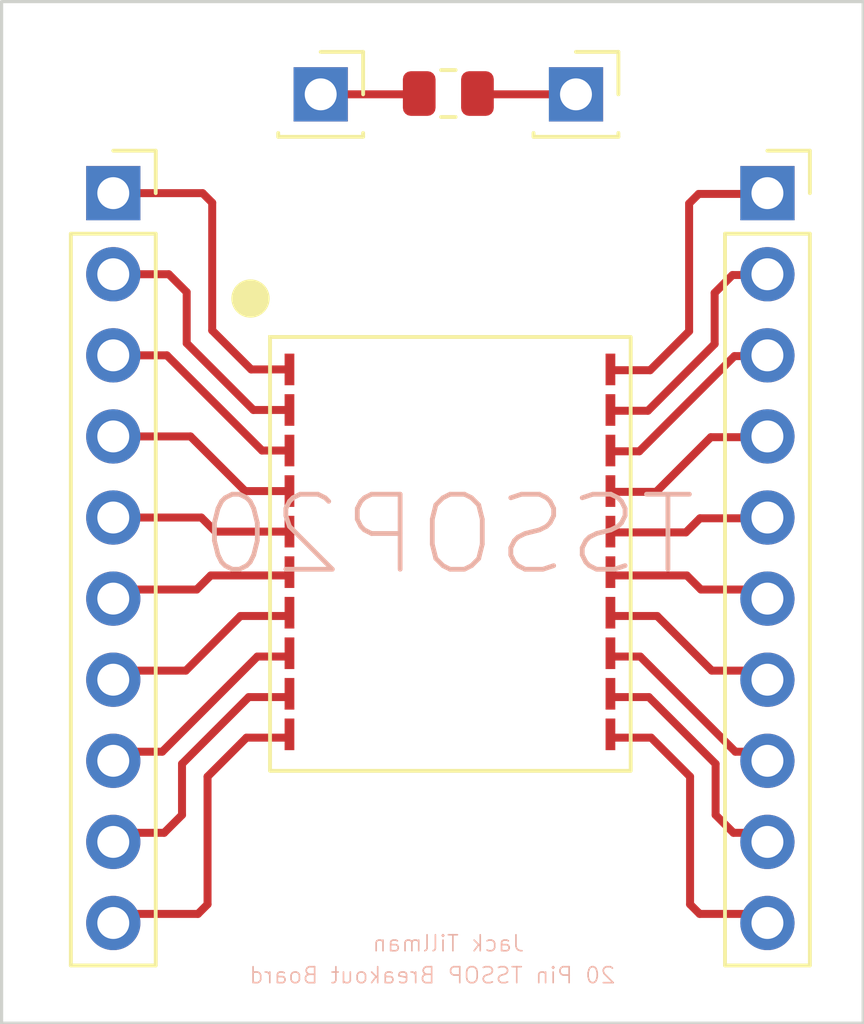
<source format=kicad_pcb>
(kicad_pcb (version 20211014) (generator pcbnew)
  (layers (0 "F.Cu" signal) (31 "B.Cu" signal) (34 "B.Paste" user) (35 "F.Paste" user) (36 "B.SilkS" user "B.Silkscreen") (37 "F.SilkS" user "F.Silkscreen") (38 "B.Mask" user) (39 "F.Mask" user) (44 "Edge.Cuts" user))
  (net 0 "")
  (net 1 "Net-(J1-Pad1)")
  (net 2 "Net-(J1-Pad2)")
  (net 3 "Net-(J1-Pad3)")
  (net 4 "Net-(J1-Pad4)")
  (net 5 "Net-(J1-Pad5)")
  (net 6 "Net-(J1-Pad6)")
  (net 7 "Net-(J1-Pad7)")
  (net 8 "Net-(J3-Pad1)")
  (net 9 "Net-(J4-Pad1)")
  (net 10 "Net-(J1-Pad8)")
  (net 11 "Net-(J1-Pad9)")
  (net 12 "Net-(J1-Pad10)")
  (net 13 "Net-(J2-Pad1)")
  (net 14 "Net-(J2-Pad2)")
  (net 15 "Net-(J2-Pad3)")
  (net 16 "Net-(J2-Pad4)")
  (net 17 "Net-(J2-Pad5)")
  (net 18 "Net-(J2-Pad6)")
  (net 19 "Net-(J2-Pad7)")
  (net 20 "Net-(J2-Pad8)")
  (net 21 "Net-(J2-Pad9)")
  (net 22 "Net-(J2-Pad10)")
  (footprint "Connector_PinSocket_2.54mm:PinSocket_1x10_P2.54mm_Vertical" (layer "F.Cu") (at 166 94.5)
    (fp_text reference "J2" hide)
    (fp_text value "Conn_01x10" hide)
    (fp_line (start -1.33 24.19) (end 1.33 24.19) (layer "F.SilkS") (width 0.12))
    (fp_line (start 0 -1.33) (end 1.33 -1.33) (layer "F.SilkS") (width 0.12))
    (fp_line (start -1.33 1.27) (end 1.33 1.27) (layer "F.SilkS") (width 0.12))
    (fp_line (start -1.33 1.27) (end -1.33 24.19) (layer "F.SilkS") (width 0.12))
    (fp_line (start 1.33 -1.33) (end 1.33 0) (layer "F.SilkS") (width 0.12))
    (fp_line (start 1.33 1.27) (end 1.33 24.19) (layer "F.SilkS") (width 0.12))
    (pad "1" thru_hole rect (at 0 0) (size 1.7 1.7) (drill 1) (layers *.Cu *.Mask) (net 13 "Net-(J2-Pad1)"))
    (pad "2" thru_hole oval (at 0 2.54) (size 1.7 1.7) (drill 1) (layers *.Cu *.Mask) (net 14 "Net-(J2-Pad2)"))
    (pad "3" thru_hole oval (at 0 5.08) (size 1.7 1.7) (drill 1) (layers *.Cu *.Mask) (net 15 "Net-(J2-Pad3)"))
    (pad "4" thru_hole oval (at 0 7.62) (size 1.7 1.7) (drill 1) (layers *.Cu *.Mask) (net 16 "Net-(J2-Pad4)"))
    (pad "5" thru_hole oval (at 0 10.16) (size 1.7 1.7) (drill 1) (layers *.Cu *.Mask) (net 17 "Net-(J2-Pad5)"))
    (pad "6" thru_hole oval (at 0 12.7) (size 1.7 1.7) (drill 1) (layers *.Cu *.Mask) (net 18 "Net-(J2-Pad6)"))
    (pad "7" thru_hole oval (at 0 15.24) (size 1.7 1.7) (drill 1) (layers *.Cu *.Mask) (net 19 "Net-(J2-Pad7)"))
    (pad "8" thru_hole oval (at 0 17.78) (size 1.7 1.7) (drill 1) (layers *.Cu *.Mask) (net 20 "Net-(J2-Pad8)"))
    (pad "9" thru_hole oval (at 0 20.32) (size 1.7 1.7) (drill 1) (layers *.Cu *.Mask) (net 21 "Net-(J2-Pad9)"))
    (pad "10" thru_hole oval (at 0 22.86) (size 1.7 1.7) (drill 1) (layers *.Cu *.Mask) (net 22 "Net-(J2-Pad10)"))
  )
  (footprint "TSSOP_Footprints:20_Pin_TSSOP_Board" (layer "F.Cu") (at 156 105.8)
    (fp_text reference "TSSOP20" (at 0 -0.6 unlocked) (layer "B.SilkS") (effects (font (size 2.35 2.35)) (justify mirror)))
    (fp_text value "20_Pin_TSSOP_Board" hide)
    (fp_rect (start -5.588 -6.7945) (end 5.715 6.7945) (layer "F.SilkS") (width 0.12) (fill none))
    (pad "1" smd rect (at -4.9784 -5.7785) (size 0.3048 0.9906) (layers "F.Cu" "F.Paste" "F.Mask") (net 1 "Net-(J1-Pad1)"))
    (pad "2" smd rect (at -4.9784 -4.5085) (size 0.3048 0.9906) (layers "F.Cu" "F.Paste" "F.Mask") (net 2 "Net-(J1-Pad2)"))
    (pad "3" smd rect (at -4.9784 -3.2385) (size 0.3048 0.9906) (layers "F.Cu" "F.Paste" "F.Mask") (net 3 "Net-(J1-Pad3)"))
    (pad "4" smd rect (at -4.9784 -1.9685) (size 0.3048 0.9906) (layers "F.Cu" "F.Paste" "F.Mask") (net 4 "Net-(J1-Pad4)"))
    (pad "5" smd rect (at -4.9784 -0.6985) (size 0.3048 0.9906) (layers "F.Cu" "F.Paste" "F.Mask") (net 5 "Net-(J1-Pad5)"))
    (pad "6" smd rect (at -4.9784 0.5715) (size 0.3048 0.9906) (layers "F.Cu" "F.Paste" "F.Mask") (net 6 "Net-(J1-Pad6)"))
    (pad "7" smd rect (at -4.9784 1.8415) (size 0.3048 0.9906) (layers "F.Cu" "F.Paste" "F.Mask") (net 7 "Net-(J1-Pad7)"))
    (pad "8" smd rect (at -4.9784 3.1115) (size 0.3048 0.9906) (layers "F.Cu" "F.Paste" "F.Mask") (net 10 "Net-(J1-Pad8)"))
    (pad "9" smd rect (at -4.9784 4.3815) (size 0.3048 0.9906) (layers "F.Cu" "F.Paste" "F.Mask") (net 11 "Net-(J1-Pad9)"))
    (pad "10" smd rect (at -4.9784 5.6515) (size 0.3048 0.9906) (layers "F.Cu" "F.Paste" "F.Mask") (net 12 "Net-(J1-Pad10)"))
    (pad "11" smd rect (at 5.08 5.6515) (size 0.3048 0.9906) (layers "F.Cu" "F.Paste" "F.Mask") (net 22 "Net-(J2-Pad10)"))
    (pad "12" smd rect (at 5.08 4.3815) (size 0.3048 0.9906) (layers "F.Cu" "F.Paste" "F.Mask") (net 21 "Net-(J2-Pad9)"))
    (pad "13" smd rect (at 5.08 3.1115) (size 0.3048 0.9906) (layers "F.Cu" "F.Paste" "F.Mask") (net 20 "Net-(J2-Pad8)"))
    (pad "14" smd rect (at 5.08 1.8415) (size 0.3048 0.9906) (layers "F.Cu" "F.Paste" "F.Mask") (net 19 "Net-(J2-Pad7)"))
    (pad "15" smd rect (at 5.08 0.5715) (size 0.3048 0.9906) (layers "F.Cu" "F.Paste" "F.Mask") (net 18 "Net-(J2-Pad6)"))
    (pad "16" smd rect (at 5.08 -0.6985) (size 0.3048 0.9906) (layers "F.Cu" "F.Paste" "F.Mask") (net 17 "Net-(J2-Pad5)"))
    (pad "17" smd rect (at 5.08 -1.9685) (size 0.3048 0.9906) (layers "F.Cu" "F.Paste" "F.Mask") (net 16 "Net-(J2-Pad4)"))
    (pad "18" smd rect (at 5.08 -3.2385) (size 0.3048 0.9906) (layers "F.Cu" "F.Paste" "F.Mask") (net 15 "Net-(J2-Pad3)"))
    (pad "19" smd rect (at 5.08 -4.5085) (size 0.3048 0.9906) (layers "F.Cu" "F.Paste" "F.Mask") (net 14 "Net-(J2-Pad2)"))
    (pad "20" smd rect (at 5.08 -5.7785) (size 0.3048 0.9906) (layers "F.Cu" "F.Paste" "F.Mask") (net 13 "Net-(J2-Pad1)"))
  )
  (footprint "Connector_PinSocket_2.54mm:PinSocket_1x01_P2.54mm_Vertical" (layer "F.Cu") (at 160 91.405)
    (fp_text reference "J3" hide)
    (fp_text value "Conn_01x01" hide)
    (fp_line (start 0 -1.33) (end 1.33 -1.33) (layer "F.SilkS") (width 0.12))
    (fp_line (start -1.33 1.33) (end 1.33 1.33) (layer "F.SilkS") (width 0.12))
    (fp_line (start 1.33 -1.33) (end 1.33 0) (layer "F.SilkS") (width 0.12))
    (fp_line (start 1.33 1.21) (end 1.33 1.33) (layer "F.SilkS") (width 0.12))
    (fp_line (start -1.33 1.21) (end -1.33 1.33) (layer "F.SilkS") (width 0.12))
    (pad "1" thru_hole rect (at 0 0) (size 1.7 1.7) (drill 1) (layers *.Cu *.Mask) (net 8 "Net-(J3-Pad1)"))
  )
  (footprint "Connector_PinSocket_2.54mm:PinSocket_1x10_P2.54mm_Vertical" (layer "F.Cu") (at 145.5 94.5)
    (fp_text reference "J1" hide)
    (fp_text value "Conn_01x10" hide)
    (fp_line (start 1.33 -1.33) (end 1.33 0) (layer "F.SilkS") (width 0.12))
    (fp_line (start -1.33 24.19) (end 1.33 24.19) (layer "F.SilkS") (width 0.12))
    (fp_line (start 0 -1.33) (end 1.33 -1.33) (layer "F.SilkS") (width 0.12))
    (fp_line (start -1.33 1.27) (end 1.33 1.27) (layer "F.SilkS") (width 0.12))
    (fp_line (start 1.33 1.27) (end 1.33 24.19) (layer "F.SilkS") (width 0.12))
    (fp_line (start -1.33 1.27) (end -1.33 24.19) (layer "F.SilkS") (width 0.12))
    (pad "1" thru_hole rect (at 0 0) (size 1.7 1.7) (drill 1) (layers *.Cu *.Mask) (net 1 "Net-(J1-Pad1)"))
    (pad "2" thru_hole oval (at 0 2.54) (size 1.7 1.7) (drill 1) (layers *.Cu *.Mask) (net 2 "Net-(J1-Pad2)"))
    (pad "3" thru_hole oval (at 0 5.08) (size 1.7 1.7) (drill 1) (layers *.Cu *.Mask) (net 3 "Net-(J1-Pad3)"))
    (pad "4" thru_hole oval (at 0 7.62) (size 1.7 1.7) (drill 1) (layers *.Cu *.Mask) (net 4 "Net-(J1-Pad4)"))
    (pad "5" thru_hole oval (at 0 10.16) (size 1.7 1.7) (drill 1) (layers *.Cu *.Mask) (net 5 "Net-(J1-Pad5)"))
    (pad "6" thru_hole oval (at 0 12.7) (size 1.7 1.7) (drill 1) (layers *.Cu *.Mask) (net 6 "Net-(J1-Pad6)"))
    (pad "7" thru_hole oval (at 0 15.24) (size 1.7 1.7) (drill 1) (layers *.Cu *.Mask) (net 7 "Net-(J1-Pad7)"))
    (pad "8" thru_hole oval (at 0 17.78) (size 1.7 1.7) (drill 1) (layers *.Cu *.Mask) (net 10 "Net-(J1-Pad8)"))
    (pad "9" thru_hole oval (at 0 20.32) (size 1.7 1.7) (drill 1) (layers *.Cu *.Mask) (net 11 "Net-(J1-Pad9)"))
    (pad "10" thru_hole oval (at 0 22.86) (size 1.7 1.7) (drill 1) (layers *.Cu *.Mask) (net 12 "Net-(J1-Pad10)"))
  )
  (footprint "Resistor_SMD:R_0805_2012Metric" (layer "F.Cu") (at 156 91.38)
    (fp_text reference "R1" hide)
    (fp_text value "R_US" hide)
    (fp_line (start -0.227064 0.735) (end 0.227064 0.735) (layer "F.SilkS") (width 0.12))
    (fp_line (start -0.227064 -0.735) (end 0.227064 -0.735) (layer "F.SilkS") (width 0.12))
    (pad "1" smd roundrect (at -0.9125 0) (size 1.025 1.4) (layers "F.Cu" "F.Paste" "F.Mask") (roundrect_rratio 0.243902) (net 9 "Net-(J4-Pad1)"))
    (pad "2" smd roundrect (at 0.9125 0) (size 1.025 1.4) (layers "F.Cu" "F.Paste" "F.Mask") (roundrect_rratio 0.243902) (net 8 "Net-(J3-Pad1)"))
  )
  (footprint "Connector_PinSocket_2.54mm:PinSocket_1x01_P2.54mm_Vertical" (layer "F.Cu") (at 152 91.405)
    (fp_text reference "J4" hide)
    (fp_text value "Conn_01x01" hide)
    (fp_line (start -1.33 1.33) (end 1.33 1.33) (layer "F.SilkS") (width 0.12))
    (fp_line (start 1.33 1.21) (end 1.33 1.33) (layer "F.SilkS") (width 0.12))
    (fp_line (start 1.33 -1.33) (end 1.33 0) (layer "F.SilkS") (width 0.12))
    (fp_line (start 0 -1.33) (end 1.33 -1.33) (layer "F.SilkS") (width 0.12))
    (fp_line (start -1.33 1.21) (end -1.33 1.33) (layer "F.SilkS") (width 0.12))
    (pad "1" thru_hole rect (at 0 0) (size 1.7 1.7) (drill 1) (layers *.Cu *.Mask) (net 9 "Net-(J4-Pad1)"))
  )
  (gr_circle (center 149.8 97.8) (end 150.3 97.8) (layer "F.SilkS") (width 0.2) (fill solid))
  (gr_rect (start 142 88.5) (end 169 120.5) (layer "Edge.Cuts") (width 0.1) (fill none))
  (gr_text "20 Pin TSSOP Breakout Board" (at 155.5 119) (layer "B.SilkS") (effects (font (size 0.5 0.5) (thickness 0.05)) (justify mirror)))
  (gr_text "Jack Tillman" (at 156 118) (layer "B.SilkS") (effects (font (size 0.5 0.5) (thickness 0.05)) (justify mirror)))
  (segment (start 148.3 94.5) (end 145.5 94.5) (width 0.25) (layer "F.Cu") (net 1))
  (segment (start 148.6 98.8) (end 148.6 94.8) (width 0.25) (layer "F.Cu") (net 1))
  (segment (start 148.6 94.8) (end 148.3 94.5) (width 0.25) (layer "F.Cu") (net 1))
  (segment (start 149.8215 100.0215) (end 148.6 98.8) (width 0.25) (layer "F.Cu") (net 1))
  (segment (start 151.0216 100.0215) (end 149.8215 100.0215) (width 0.25) (layer "F.Cu") (net 1))
  (segment (start 147.8 99.2) (end 147.8 97.6) (width 0.25) (layer "F.Cu") (net 2))
  (segment (start 147.24 97.04) (end 145.5 97.04) (width 0.25) (layer "F.Cu") (net 2))
  (segment (start 147.8 97.6) (end 147.24 97.04) (width 0.25) (layer "F.Cu") (net 2))
  (segment (start 149.8915 101.2915) (end 147.8 99.2) (width 0.25) (layer "F.Cu") (net 2))
  (segment (start 151.0216 101.2915) (end 149.8915 101.2915) (width 0.25) (layer "F.Cu") (net 2))
  (segment (start 147.18 99.58) (end 145.5 99.58) (width 0.25) (layer "F.Cu") (net 3))
  (segment (start 150.1615 102.5615) (end 147.18 99.58) (width 0.25) (layer "F.Cu") (net 3))
  (segment (start 151.0216 102.5615) (end 150.1615 102.5615) (width 0.25) (layer "F.Cu") (net 3))
  (segment (start 149.6315 103.8315) (end 147.92 102.12) (width 0.25) (layer "F.Cu") (net 4))
  (segment (start 151.0216 103.8315) (end 149.6315 103.8315) (width 0.25) (layer "F.Cu") (net 4))
  (segment (start 147.92 102.12) (end 145.5 102.12) (width 0.25) (layer "F.Cu") (net 4))
  (segment (start 148.26 104.66) (end 145.5 104.66) (width 0.25) (layer "F.Cu") (net 5))
  (segment (start 151.0216 105.1015) (end 148.7015 105.1015) (width 0.25) (layer "F.Cu") (net 5))
  (segment (start 148.7015 105.1015) (end 148.26 104.66) (width 0.25) (layer "F.Cu") (net 5))
  (segment (start 148.55565 106.47425) (end 148.11415 106.91575) (width 0.25) (layer "F.Cu") (net 6))
  (segment (start 150.87575 106.47425) (end 148.55565 106.47425) (width 0.25) (layer "F.Cu") (net 6))
  (segment (start 148.11415 106.91575) (end 145.35415 106.91575) (width 0.25) (layer "F.Cu") (net 6))
  (segment (start 149.48565 107.74425) (end 147.77415 109.45575) (width 0.25) (layer "F.Cu") (net 7))
  (segment (start 147.77415 109.45575) (end 145.35415 109.45575) (width 0.25) (layer "F.Cu") (net 7))
  (segment (start 150.87575 107.74425) (end 149.48565 107.74425) (width 0.25) (layer "F.Cu") (net 7))
  (segment (start 160 91.405) (end 156.9375 91.405) (width 0.25) (layer "F.Cu") (net 8))
  (segment (start 156.9375 91.405) (end 156.9125 91.38) (width 0.25) (layer "F.Cu") (net 8))
  (segment (start 155.0875 91.38) (end 155.0625 91.405) (width 0.25) (layer "F.Cu") (net 9))
  (segment (start 155.0625 91.405) (end 152 91.405) (width 0.25) (layer "F.Cu") (net 9))
  (segment (start 147.03415 111.99575) (end 145.35415 111.99575) (width 0.25) (layer "F.Cu") (net 10))
  (segment (start 150.87575 109.01425) (end 150.01565 109.01425) (width 0.25) (layer "F.Cu") (net 10))
  (segment (start 150.01565 109.01425) (end 147.03415 111.99575) (width 0.25) (layer "F.Cu") (net 10))
  (segment (start 147.65415 113.97575) (end 147.09415 114.53575) (width 0.25) (layer "F.Cu") (net 11))
  (segment (start 147.65415 112.37575) (end 147.65415 113.97575) (width 0.25) (layer "F.Cu") (net 11))
  (segment (start 149.74565 110.28425) (end 147.65415 112.37575) (width 0.25) (layer "F.Cu") (net 11))
  (segment (start 147.09415 114.53575) (end 145.35415 114.53575) (width 0.25) (layer "F.Cu") (net 11))
  (segment (start 150.87575 110.28425) (end 149.74565 110.28425) (width 0.25) (layer "F.Cu") (net 11))
  (segment (start 148.15415 117.07575) (end 145.35415 117.07575) (width 0.25) (layer "F.Cu") (net 12))
  (segment (start 149.67565 111.55425) (end 148.45415 112.77575) (width 0.25) (layer "F.Cu") (net 12))
  (segment (start 148.45415 116.77575) (end 148.15415 117.07575) (width 0.25) (layer "F.Cu") (net 12))
  (segment (start 148.45415 112.77575) (end 148.45415 116.77575) (width 0.25) (layer "F.Cu") (net 12))
  (segment (start 150.87575 111.55425) (end 149.67565 111.55425) (width 0.25) (layer "F.Cu") (net 12))
  (segment (start 162.32435 100.04575) (end 163.54585 98.82425) (width 0.25) (layer "F.Cu") (net 13))
  (segment (start 163.54585 94.82425) (end 163.84585 94.52425) (width 0.25) (layer "F.Cu") (net 13))
  (segment (start 161.12425 100.04575) (end 162.32435 100.04575) (width 0.25) (layer "F.Cu") (net 13))
  (segment (start 163.84585 94.52425) (end 166.64585 94.52425) (width 0.25) (layer "F.Cu") (net 13))
  (segment (start 163.54585 98.82425) (end 163.54585 94.82425) (width 0.25) (layer "F.Cu") (net 13))
  (segment (start 164.34585 97.62425) (end 164.90585 97.06425) (width 0.25) (layer "F.Cu") (net 14))
  (segment (start 164.90585 97.06425) (end 166.64585 97.06425) (width 0.25) (layer "F.Cu") (net 14))
  (segment (start 162.25435 101.31575) (end 164.34585 99.22425) (width 0.25) (layer "F.Cu") (net 14))
  (segment (start 161.12425 101.31575) (end 162.25435 101.31575) (width 0.25) (layer "F.Cu") (net 14))
  (segment (start 164.34585 99.22425) (end 164.34585 97.62425) (width 0.25) (layer "F.Cu") (net 14))
  (segment (start 161.12425 102.58575) (end 161.98435 102.58575) (width 0.25) (layer "F.Cu") (net 15))
  (segment (start 164.96585 99.60425) (end 166.64585 99.60425) (width 0.25) (layer "F.Cu") (net 15))
  (segment (start 161.98435 102.58575) (end 164.96585 99.60425) (width 0.25) (layer "F.Cu") (net 15))
  (segment (start 162.51435 103.85575) (end 164.22585 102.14425) (width 0.25) (layer "F.Cu") (net 16))
  (segment (start 161.12425 103.85575) (end 162.51435 103.85575) (width 0.25) (layer "F.Cu") (net 16))
  (segment (start 164.22585 102.14425) (end 166.64585 102.14425) (width 0.25) (layer "F.Cu") (net 16))
  (segment (start 161.12425 105.12575) (end 163.44435 105.12575) (width 0.25) (layer "F.Cu") (net 17))
  (segment (start 163.88585 104.68425) (end 166.64585 104.68425) (width 0.25) (layer "F.Cu") (net 17))
  (segment (start 163.44435 105.12575) (end 163.88585 104.68425) (width 0.25) (layer "F.Cu") (net 17))
  (segment (start 163.91575 106.91575) (end 166.67575 106.91575) (width 0.25) (layer "F.Cu") (net 18))
  (segment (start 161.15415 106.47425) (end 163.47425 106.47425) (width 0.25) (layer "F.Cu") (net 18))
  (segment (start 163.47425 106.47425) (end 163.91575 106.91575) (width 0.25) (layer "F.Cu") (net 18))
  (segment (start 164.25575 109.45575) (end 166.67575 109.45575) (width 0.25) (layer "F.Cu") (net 19))
  (segment (start 162.54425 107.74425) (end 164.25575 109.45575) (width 0.25) (layer "F.Cu") (net 19))
  (segment (start 161.15415 107.74425) (end 162.54425 107.74425) (width 0.25) (layer "F.Cu") (net 19))
  (segment (start 162.01425 109.01425) (end 164.99575 111.99575) (width 0.25) (layer "F.Cu") (net 20))
  (segment (start 161.15415 109.01425) (end 162.01425 109.01425) (width 0.25) (layer "F.Cu") (net 20))
  (segment (start 164.99575 111.99575) (end 166.67575 111.99575) (width 0.25) (layer "F.Cu") (net 20))
  (segment (start 161.15415 110.28425) (end 162.28425 110.28425) (width 0.25) (layer "F.Cu") (net 21))
  (segment (start 162.28425 110.28425) (end 164.37575 112.37575) (width 0.25) (layer "F.Cu") (net 21))
  (segment (start 164.37575 113.97575) (end 164.93575 114.53575) (width 0.25) (layer "F.Cu") (net 21))
  (segment (start 164.93575 114.53575) (end 166.67575 114.53575) (width 0.25) (layer "F.Cu") (net 21))
  (segment (start 164.37575 112.37575) (end 164.37575 113.97575) (width 0.25) (layer "F.Cu") (net 21))
  (segment (start 163.87575 117.07575) (end 166.67575 117.07575) (width 0.25) (layer "F.Cu") (net 22))
  (segment (start 161.15415 111.55425) (end 162.35425 111.55425) (width 0.25) (layer "F.Cu") (net 22))
  (segment (start 162.35425 111.55425) (end 163.57575 112.77575) (width 0.25) (layer "F.Cu") (net 22))
  (segment (start 163.57575 112.77575) (end 163.57575 116.77575) (width 0.25) (layer "F.Cu") (net 22))
  (segment (start 163.57575 116.77575) (end 163.87575 117.07575) (width 0.25) (layer "F.Cu") (net 22))
)
</source>
